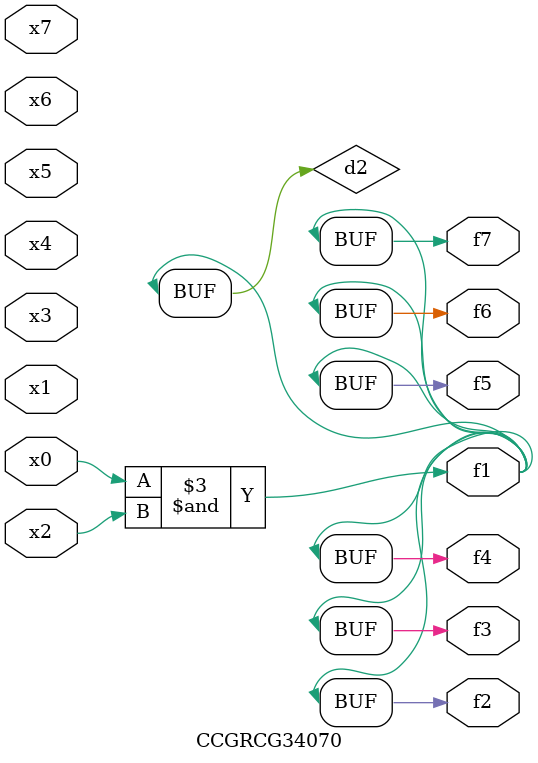
<source format=v>
module CCGRCG34070(
	input x0, x1, x2, x3, x4, x5, x6, x7,
	output f1, f2, f3, f4, f5, f6, f7
);

	wire d1, d2;

	nor (d1, x3, x6);
	and (d2, x0, x2);
	assign f1 = d2;
	assign f2 = d2;
	assign f3 = d2;
	assign f4 = d2;
	assign f5 = d2;
	assign f6 = d2;
	assign f7 = d2;
endmodule

</source>
